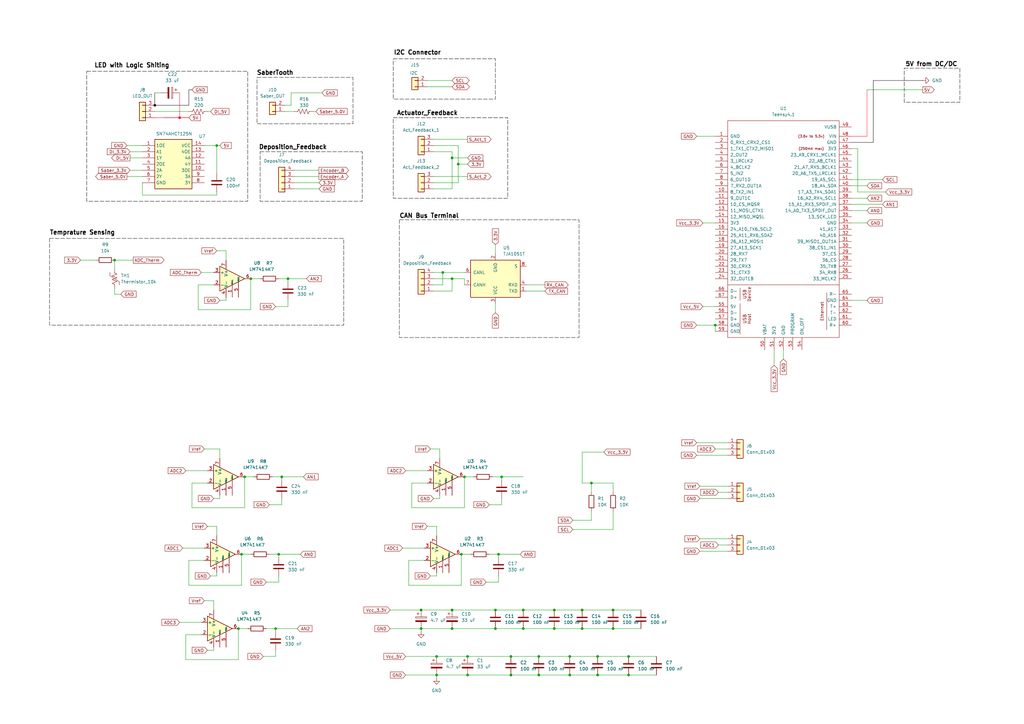
<source format=kicad_sch>
(kicad_sch (version 20250114) (generator "eeschema") (generator_version "9.0")
  (paper "A3")
  (lib_symbols
    (symbol "74xx:74AHC373"
      (property "Reference" "U7" (at -1.016 20.32 0))
      (property "Value" "SN74AHCT125N" (at -7.112 17.526 0))
      (symbol "74AHC373_1_0"
        (pin input line (at -12.7 12.7 0) (length 5.08) (name "1OE") (number "1"))
        (pin input line (at -12.7 10.16 0) (length 5.08) (name "A1") (number "2"))
        (pin input line (at -12.7 7.62 0) (length 5.08) (name "1Y") (number "3"))
        (pin input line (at -12.7 5.08 0) (length 5.08) (name "2OE") (number "4"))
        (pin input line (at -12.7 2.54 0) (length 5.08) (name "2A") (number "5"))
        (pin input line (at -12.7 0 0) (length 5.08) (name "2Y") (number "6"))
        (pin input line (at -12.7 -2.54 0) (length 5.08) (name "GND") (number "7"))
        (pin tri_state line (at 12.7 12.7 180) (length 5.08) (name "VCC") (number "14"))
        (pin tri_state line (at 12.7 10.16 180) (length 5.08) (name "4OE") (number "13"))
        (pin tri_state line (at 12.7 7.62 180) (length 5.08) (name "4A") (number "12"))
        (pin tri_state line (at 12.7 5.08 180) (length 5.08) (name "4Y") (number "11"))
        (pin tri_state line (at 12.7 2.54 180) (length 5.08) (name "3OE") (number "10"))
        (pin tri_state line (at 12.7 0 180) (length 5.08) (name "3A") (number "9"))
        (pin tri_state line (at 12.7 -2.54 180) (length 5.08) (name "3Y") (number "8"))
      )
    )
    (symbol "Amplifier_Operational:LM741" (pin_names (offset 0.127))
      (property "Reference" "U" (at 0 6.35 0))
      (property "Value" "LM741" (at 0 3.81 0))
      (symbol "LM741_1_1"
        (pin input line (at -7.62 2.54 0) (length 2.54) (name "+") (number "3"))
        (pin input line (at -7.62 -2.54 0) (length 2.54) (name "-") (number "2"))
        (pin power_in line (at -2.54 7.62 270) (length 3.81) (name "V+") (number "7"))
        (pin power_in line (at -2.54 -7.62 90) (length 3.81) (name "V-") (number "4"))
        (pin no_connect line (at 0 2.54 270) (length 2.54) (hide yes) (name "NC") (number "8"))
        (pin input line (at 0 -7.62 90) (length 5.08) (name "NULL") (number "1"))
        (pin input line (at 2.54 -7.62 90) (length 6.35) (name "NULL") (number "5"))
        (pin output line (at 7.62 0 180) (length 2.54) (name "~") (number "6"))
      )
    )
    (symbol "Connector_Generic:Conn_01x02" (pin_names (offset 1.016) (hide yes))
      (property "Reference" "J" (at 0 2.54 0))
      (property "Value" "Conn_01x02" (at 0 -5.08 0))
      (symbol "Conn_01x02_1_1"
        (pin passive line (at -5.08 0 0) (length 3.81) (name "Pin_1") (number "1"))
        (pin passive line (at -5.08 -2.54 0) (length 3.81) (name "Pin_2") (number "2"))
      )
    )
    (symbol "Connector_Generic:Conn_01x03" (pin_names (offset 1.016) (hide yes))
      (property "Reference" "J" (at 0 5.08 0))
      (property "Value" "Conn_01x03" (at 0 -5.08 0))
      (symbol "Conn_01x03_1_1"
        (pin passive line (at -5.08 2.54 0) (length 3.81) (name "Pin_1") (number "1"))
        (pin passive line (at -5.08 0 0) (length 3.81) (name "Pin_2") (number "2"))
        (pin passive line (at -5.08 -2.54 0) (length 3.81) (name "Pin_3") (number "3"))
      )
    )
    (symbol "Connector_Generic:Conn_01x04" (pin_names (offset 1.016) (hide yes))
      (property "Reference" "J" (at 0 5.08 0))
      (property "Value" "Conn_01x04" (at 0 -7.62 0))
      (symbol "Conn_01x04_1_1"
        (pin passive line (at -5.08 2.54 0) (length 3.81) (name "Pin_1") (number "1"))
        (pin passive line (at -5.08 0 0) (length 3.81) (name "Pin_2") (number "2"))
        (pin passive line (at -5.08 -2.54 0) (length 3.81) (name "Pin_3") (number "3"))
        (pin passive line (at -5.08 -5.08 0) (length 3.81) (name "Pin_4") (number "4"))
      )
    )
    (symbol "Device:C" (pin_numbers (hide yes)) (pin_names (offset 0.254))
      (property "Reference" "C" (at 0.635 2.54 0))
      (property "Value" "C" (at 0.635 -2.54 0))
      (symbol "C_1_1"
        (pin passive line (at 0 3.81 270) (length 2.794) (name "~") (number "1"))
        (pin passive line (at 0 -3.81 90) (length 2.794) (name "~") (number "2"))
      )
    )
    (symbol "Device:C_Polarized" (pin_numbers (hide yes)) (pin_names (offset 0.254))
      (property "Reference" "C" (at 0.635 2.54 0))
      (property "Value" "C_Polarized" (at 0.635 -2.54 0))
      (symbol "C_Polarized_1_1"
        (pin passive line (at 0 3.81 270) (length 2.794) (name "~") (number "1"))
        (pin passive line (at 0 -3.81 90) (length 2.794) (name "~") (number "2"))
      )
    )
    (symbol "Device:R" (pin_numbers (hide yes)) (pin_names (offset 0))
      (property "Reference" "R" (at 2.032 0 90))
      (property "Value" "R" (at 0 0 90))
      (symbol "R_1_1"
        (pin passive line (at 0 3.81 270) (length 1.27) (name "~") (number "1"))
        (pin passive line (at 0 -3.81 90) (length 1.27) (name "~") (number "2"))
      )
    )
    (symbol "Device:R_US" (pin_numbers (hide yes)) (pin_names (offset 0))
      (property "Reference" "R" (at 2.54 0 90))
      (property "Value" "R_US" (at -2.54 0 90))
      (symbol "R_US_1_1"
        (pin passive line (at 0 3.81 270) (length 1.27) (name "~") (number "1"))
        (pin passive line (at 0 -3.81 90) (length 1.27) (name "~") (number "2"))
      )
    )
    (symbol "Device:Thermistor_US" (pin_numbers (hide yes)) (pin_names (offset 0))
      (property "Reference" "TH" (at 2.54 1.27 90))
      (property "Value" "Thermistor_US" (at -2.54 0 90))
      (symbol "Thermistor_US_1_1"
        (pin passive line (at 0 3.81 270) (length 1.27) (name "~") (number "1"))
        (pin passive line (at 0 -3.81 90) (length 1.27) (name "~") (number "2"))
      )
    )
    (symbol "Interface_CAN_LIN:TJA1051T" (pin_names (offset 1.016))
      (property "Reference" "U" (at -10.16 8.89 0))
      (property "Value" "TJA1051T" (at 1.27 8.89 0))
      (symbol "TJA1051T_1_1"
        (pin input line (at -12.7 5.08 0) (length 2.54) (name "TXD") (number "1"))
        (pin output line (at -12.7 2.54 0) (length 2.54) (name "RXD") (number "4"))
        (pin input line (at -12.7 -5.08 0) (length 2.54) (name "S") (number "8"))
        (pin no_connect line (at -10.16 -2.54 0) (length 2.54) (hide yes) (name "NC") (number "5"))
        (pin power_in line (at 0 10.16 270) (length 2.54) (name "VCC") (number "3"))
        (pin power_in line (at 0 -10.16 90) (length 2.54) (name "GND") (number "2"))
        (pin bidirectional line (at 12.7 2.54 180) (length 2.54) (name "CANH") (number "7"))
        (pin bidirectional line (at 12.7 -2.54 180) (length 2.54) (name "CANL") (number "6"))
      )
    )
    (symbol "power:GND" (power) (pin_numbers (hide yes)) (pin_names (offset 0) (hide yes))
      (property "Value" "GND" (at 0 -3.81 0))
      (symbol "GND_1_1"
        (pin power_in line (at 0 0 270) (length 0) (name "~") (number "1"))
      )
    )
    (symbol "teensy:Teensy4.1" (pin_names (offset 1.016))
      (property "Reference" "U" (at 0 64.77 0))
      (property "Value" "Teensy4.1" (at 0 62.23 0))
      (symbol "Teensy4.1_0_0"
        (text "USB" (at -15.875 -10.16 900) (effects (font (size 1.27 1.27))))
        (text "USB" (at -15.875 -20.32 900) (effects (font (size 1.27 1.27))))
        (text "Device" (at -13.97 -10.16 900) (effects (font (size 1.27 1.27))))
        (text "Host" (at -13.97 -20.32 900) (effects (font (size 1.27 1.27))))
        (text "(3.6v to 5.5v)" (at 11.43 54.61 0) (effects (font (size 1.016 1.016))))
        (text "(250mA max)" (at 11.43 49.53 0) (effects (font (size 1.016 1.016))))
        (text "Ethernet" (at 15.875 -17.145 900) (effects (font (size 1.27 1.27))))
        (pin bidirectional line (at -27.94 44.45 0) (length 5.08) (name "3_LRCLK2") (number "5"))
        (pin bidirectional line (at -27.94 41.91 0) (length 5.08) (name "4_BCLK2") (number "6"))
        (pin bidirectional line (at -27.94 39.37 0) (length 5.08) (name "5_IN2") (number "7"))
        (pin bidirectional line (at -27.94 36.83 0) (length 5.08) (name "6_OUT1D") (number "8"))
        (pin bidirectional line (at -27.94 34.29 0) (length 5.08) (name "7_RX2_OUT1A") (number "9"))
        (pin bidirectional line (at -27.94 31.75 0) (length 5.08) (name "8_TX2_IN1") (number "10"))
        (pin bidirectional line (at -27.94 29.21 0) (length 5.08) (name "9_OUT1C") (number "11"))
        (pin bidirectional line (at -27.94 26.67 0) (length 5.08) (name "10_CS_MQSR") (number "12"))
        (pin bidirectional line (at -27.94 24.13 0) (length 5.08) (name "11_MOSI_CTX1") (number "13"))
        (pin bidirectional line (at -27.94 21.59 0) (length 5.08) (name "12_MISO_MQSL") (number "14"))
        (pin power_in line (at -27.94 19.05 0) (length 5.08) (name "3V3") (number "15"))
        (pin bidirectional line (at -27.94 16.51 0) (length 5.08) (name "24_A10_TX6_SCL2") (number "16"))
        (pin bidirectional line (at -27.94 13.97 0) (length 5.08) (name "25_A11_RX6_SDA2") (number "17"))
        (pin bidirectional line (at -27.94 11.43 0) (length 5.08) (name "26_A12_MOSI1") (number "18"))
        (pin bidirectional line (at -27.94 8.89 0) (length 5.08) (name "27_A13_SCK1") (number "19"))
        (pin bidirectional line (at -27.94 6.35 0) (length 5.08) (name "28_RX7") (number "20"))
        (pin bidirectional line (at -27.94 3.81 0) (length 5.08) (name "29_TX7") (number "21"))
        (pin bidirectional line (at -27.94 1.27 0) (length 5.08) (name "30_CRX3") (number "22"))
        (pin bidirectional line (at -27.94 -1.27 0) (length 5.08) (name "31_CTX3") (number "23"))
        (pin bidirectional line (at -27.94 -3.81 0) (length 5.08) (name "32_OUT1B") (number "24"))
        (pin bidirectional line (at -27.94 -8.89 0) (length 5.08) (name "D-") (number "66"))
        (pin bidirectional line (at -27.94 -11.43 0) (length 5.08) (name "D+") (number "67"))
        (pin power_out line (at -27.94 -15.24 0) (length 5.08) (name "5V") (number "55"))
        (pin bidirectional line (at -27.94 -17.78 0) (length 5.08) (name "D-") (number "56"))
        (pin bidirectional line (at -27.94 -20.32 0) (length 5.08) (name "D+") (number "57"))
        (pin power_in line (at -27.94 -22.86 0) (length 5.08) (name "GND") (number "58"))
        (pin power_in line (at -27.94 -25.4 0) (length 5.08) (name "GND") (number "59"))
        (pin power_in line (at -7.62 -33.02 90) (length 5.08) (name "VBAT") (number "50"))
        (pin power_in line (at -3.81 -33.02 90) (length 5.08) (name "3V3") (number "51"))
        (pin input line (at 0 -33.02 90) (length 5.08) (name "GND") (number "52"))
        (pin input line (at 3.81 -33.02 90) (length 5.08) (name "PROGRAM") (number "53"))
        (pin input line (at 7.62 -33.02 90) (length 5.08) (name "ON_OFF") (number "54"))
        (pin power_out line (at 27.94 58.42 180) (length 5.08) (name "VUSB") (number "49"))
        (pin power_in line (at 27.94 54.61 180) (length 5.08) (name "VIN") (number "48"))
        (pin output line (at 27.94 52.07 180) (length 5.08) (name "GND") (number "47"))
        (pin output line (at 27.94 49.53 180) (length 5.08) (name "3V3") (number "46"))
        (pin bidirectional line (at 27.94 46.99 180) (length 5.08) (name "23_A9_CRX1_MCLK1") (number "45"))
        (pin bidirectional line (at 27.94 44.45 180) (length 5.08) (name "22_A8_CTX1") (number "44"))
        (pin bidirectional line (at 27.94 41.91 180) (length 5.08) (name "21_A7_RX5_BCLK1") (number "43"))
        (pin bidirectional line (at 27.94 39.37 180) (length 5.08) (name "20_A6_TX5_LRCLK1") (number "42"))
        (pin bidirectional line (at 27.94 36.83 180) (length 5.08) (name "19_A5_SCL") (number "41"))
        (pin bidirectional line (at 27.94 34.29 180) (length 5.08) (name "18_A4_SDA") (number "40"))
        (pin bidirectional line (at 27.94 31.75 180) (length 5.08) (name "17_A3_TX4_SDA1") (number "39"))
        (pin bidirectional line (at 27.94 29.21 180) (length 5.08) (name "16_A2_RX4_SCL1") (number "38"))
        (pin bidirectional line (at 27.94 26.67 180) (length 5.08) (name "15_A1_RX3_SPDIF_IN") (number "37"))
        (pin bidirectional line (at 27.94 24.13 180) (length 5.08) (name "14_A0_TX3_SPDIF_OUT") (number "36"))
        (pin bidirectional line (at 27.94 21.59 180) (length 5.08) (name "13_SCK_LED") (number "35"))
        (pin bidirectional line (at 27.94 16.51 180) (length 5.08) (name "41_A17") (number "33"))
        (pin bidirectional line (at 27.94 13.97 180) (length 5.08) (name "40_A16") (number "32"))
        (pin bidirectional line (at 27.94 11.43 180) (length 5.08) (name "39_MISO1_OUT1A") (number "31"))
        (pin bidirectional line (at 27.94 8.89 180) (length 5.08) (name "38_CS1_IN1") (number "30"))
        (pin bidirectional line (at 27.94 6.35 180) (length 5.08) (name "37_CS") (number "29"))
        (pin bidirectional line (at 27.94 3.81 180) (length 5.08) (name "36_CS") (number "28"))
        (pin bidirectional line (at 27.94 1.27 180) (length 5.08) (name "35_TX8") (number "27"))
        (pin bidirectional line (at 27.94 -1.27 180) (length 5.08) (name "34_RX8") (number "26"))
        (pin bidirectional line (at 27.94 -3.81 180) (length 5.08) (name "33_MCLK2") (number "25"))
        (pin bidirectional line (at 27.94 -10.16 180) (length 5.08) (name "R-") (number "65"))
        (pin power_in line (at 27.94 -12.7 180) (length 5.08) (name "GND") (number "64"))
        (pin bidirectional line (at 27.94 -15.24 180) (length 5.08) (name "T+") (number "63"))
        (pin bidirectional line (at 27.94 -17.78 180) (length 5.08) (name "T-") (number "62"))
        (pin bidirectional line (at 27.94 -20.32 180) (length 5.08) (name "LED") (number "61"))
        (pin bidirectional line (at 27.94 -22.86 180) (length 5.08) (name "R+") (number "60"))
      )
      (symbol "Teensy4.1_1_1"
        (pin power_in line (at -27.94 54.61 0) (length 5.08) (name "GND") (number "1"))
        (pin bidirectional line (at -27.94 52.07 0) (length 5.08) (name "0_RX1_CRX2_CS1") (number "2"))
        (pin bidirectional line (at -27.94 49.53 0) (length 5.08) (name "1_TX1_CTX2_MISO1") (number "3"))
        (pin bidirectional line (at -27.94 46.99 0) (length 5.08) (name "2_OUT2") (number "4"))
        (pin power_in line (at 27.94 19.05 180) (length 5.08) (name "GND") (number "34"))
      )
    )
  )
  (text "Deposition_Feedback\n" (at 120.142 60.452 0) (effects (font (size 1.778 1.778) (thickness 0.3556) (bold yes))))
  (text "5V from DC/DC\n" (at 382.016 26.416 0) (effects (font (size 1.778 1.778) (thickness 0.3556) (bold yes))))
  (text "LED with Logic Shiting\n" (at 54.102 26.924 0) (effects (font (size 1.778 1.778) (thickness 0.3556) (bold yes))))
  (text "SaberTooth \n" (at 113.538 29.972 0) (effects (font (size 1.778 1.778) (thickness 0.3556) (bold yes))))
  (text "Actuator_Feedback\n" (at 175.26 46.482 0) (effects (font (size 1.778 1.778) (thickness 0.3556) (bold yes))))
  (text "CAN Bus Terminal\n" (at 176.022 88.646 0) (effects (font (size 1.778 1.778) (thickness 0.3556) (bold yes))))
  (text "I2C Connector\n\n" (at 171.196 23.114 0) (effects (font (size 1.778 1.778) (thickness 0.3556) (bold yes))))
  (text "Temprature Sensing\n" (at 33.782 95.504 0) (effects (font (size 1.778 1.778) (thickness 0.3556) (bold yes))))
  (text_box "\\\n" (at 20.32 97.79 0) (size 120.65 35.56) (margins 0.9525 0.9525 0.9525 0.9525) (stroke (width 0.1524) (type dash) (color 0 0 0 1)) (effects (font (size 0.127 0.127)) (justify left top)))
  (text_box "\\\n" (at 161.29 48.26 0) (size 46.99 33.02) (margins 0.9525 0.9525 0.9525 0.9525) (stroke (width 0.1524) (type dash) (color 0 0 0 1)) (effects (font (size 0.127 0.127)) (justify left top)))
  (text_box "\\\n" (at 106.68 62.23 0) (size 41.91 20.32) (margins 0.9525 0.9525 0.9525 0.9525) (stroke (width 0.1524) (type dash) (color 0 0 0 1)) (effects (font (size 0.127 0.127)) (justify left top)))
  (text_box "\\\n" (at 163.83 90.17 0) (size 73.66 48.26) (margins 0.9525 0.9525 0.9525 0.9525) (stroke (width 0.1524) (type dash) (color 0 0 0 1)) (effects (font (size 0.127 0.127)) (justify left top)))
  (text_box "\\\n" (at 370.84 27.94 0) (size 22.86 13.97) (margins 0.9525 0.9525 0.9525 0.9525) (stroke (width 0.1524) (type dash) (color 0 0 0 1)) (effects (font (size 0.127 0.127)) (justify left top)))
  (text_box "\\\n" (at 35.56 29.21 0) (size 66.04 53.34) (margins 0.9525 0.9525 0.9525 0.9525) (stroke (width 0.1524) (type dash) (color 0 0 0 1)) (effects (font (size 0.127 0.127)) (justify left top)))
  (text_box "\\\n" (at 161.29 24.13 0) (size 41.91 16.51) (margins 0.9525 0.9525 0.9525 0.9525) (stroke (width 0.1524) (type dash) (color 0 0 0 1)) (effects (font (size 0.127 0.127)) (justify left top)))
  (text_box "\\\n" (at 105.41 31.75 0) (size 39.37 19.05) (margins 0.9525 0.9525 0.9525 0.9525) (stroke (width 0.1524) (type dash) (color 0 0 0 1)) (effects (font (size 0.127 0.127)) (justify left top)))
  (junction (at 191.77 276.86))
  (junction (at 97.79 257.81))
  (junction (at 63.5 43.18) (color 5 5 5 1))
  (junction (at 227.33 257.81))
  (junction (at 179.07 276.86))
  (junction (at 100.33 195.58))
  (junction (at 209.55 276.86))
  (junction (at 185.42 114.3))
  (junction (at 214.63 257.81))
  (junction (at 172.72 250.19))
  (junction (at 73.66 48.26) (color 255 0 40 1))
  (junction (at 238.76 257.81))
  (junction (at 220.98 276.86))
  (junction (at 220.98 269.24))
  (junction (at 172.72 257.81))
  (junction (at 113.03 257.81))
  (junction (at 209.55 269.24))
  (junction (at 233.68 276.86))
  (junction (at 204.47 227.33))
  (junction (at 233.68 269.24))
  (junction (at 88.9 59.69))
  (junction (at 245.11 269.24))
  (junction (at 187.96 67.31))
  (junction (at 99.06 227.33))
  (junction (at 227.33 250.19))
  (junction (at 257.81 269.24))
  (junction (at 185.42 250.19))
  (junction (at 114.3 227.33))
  (junction (at 214.63 250.19))
  (junction (at 102.87 114.3))
  (junction (at 238.76 250.19))
  (junction (at 185.42 64.77))
  (junction (at 191.77 269.24))
  (junction (at 181.61 111.76))
  (junction (at 251.46 250.19))
  (junction (at 203.2 250.19))
  (junction (at 189.23 227.33))
  (junction (at 179.07 269.24))
  (junction (at 251.46 257.81))
  (junction (at 205.74 195.58))
  (junction (at 257.81 276.86))
  (junction (at 46.99 106.68))
  (junction (at 242.57 198.12))
  (junction (at 203.2 257.81))
  (junction (at 185.42 257.81))
  (junction (at 293.37 133.35))
  (junction (at 115.57 195.58))
  (junction (at 118.11 114.3))
  (junction (at 245.11 276.86))
  (junction (at 190.5 195.58))
  (wire (pts (xy 46.99 106.68) (xy 46.99 110.49)))
  (wire (pts (xy 120.65 72.39) (xy 130.81 72.39)))
  (wire (pts (xy 113.03 257.81) (xy 121.92 257.81)))
  (wire (pts (xy 349.25 123.19) (xy 355.6 123.19)))
  (wire (pts (xy 172.72 250.19) (xy 185.42 250.19)))
  (wire (pts (xy 78.74 208.28) (xy 100.33 208.28)))
  (wire (pts (xy 120.65 69.85) (xy 130.81 69.85)))
  (wire (pts (xy 166.37 193.04) (xy 175.26 193.04)))
  (wire (pts (xy 118.11 114.3) (xy 114.3 114.3)))
  (wire (pts (xy 185.42 257.81) (xy 203.2 257.81)))
  (wire (pts (xy 293.37 133.35) (xy 293.37 135.89)))
  (wire (pts (xy 177.8 116.84) (xy 181.61 116.84)))
  (wire (pts (xy 81.28 127) (xy 102.87 127)))
  (wire (pts (xy 92.71 123.19) (xy 92.71 121.92)))
  (wire (pts (xy 238.76 257.81) (xy 251.46 257.81)))
  (wire (pts (xy 257.81 276.86) (xy 269.24 276.86)))
  (wire (pts (xy 185.42 114.3) (xy 190.5 114.3)))
  (wire (pts (xy 88.9 102.87) (xy 92.71 102.87)))
  (wire (pts (xy 128.27 45.72) (xy 129.54 45.72)))
  (wire (pts (xy 165.1 224.79) (xy 173.99 224.79)))
  (wire (pts (xy 166.37 269.24) (xy 179.07 269.24)))
  (wire (pts (xy 215.9 119.38) (xy 223.52 119.38)))
  (wire (pts (xy 53.34 64.77) (xy 58.42 64.77)))
  (wire (pts (xy 317.5 143.51) (xy 317.5 149.86)))
  (wire (pts (xy 205.74 195.58) (xy 214.63 195.58)))
  (wire (pts (xy 88.9 236.22) (xy 88.9 234.95)))
  (wire (pts (xy 99.06 240.03) (xy 99.06 227.33)))
  (wire (pts (xy 76.2 270.51) (xy 97.79 270.51)))
  (wire (pts (xy 177.8 74.93) (xy 187.96 74.93)))
  (wire (pts (xy 168.91 208.28) (xy 190.5 208.28)))
  (wire (pts (xy 114.3 228.6) (xy 114.3 227.33)))
  (wire (pts (xy 203.2 250.19) (xy 214.63 250.19)))
  (wire (pts (xy 102.87 114.3) (xy 106.68 114.3)))
  (wire (pts (xy 177.8 111.76) (xy 181.61 111.76)))
  (wire (pts (xy 294.64 201.93) (xy 298.45 201.93)))
  (wire (pts (xy 115.57 195.58) (xy 111.76 195.58)))
  (wire (pts (xy 203.2 257.81) (xy 214.63 257.81)))
  (wire (pts (xy 294.64 223.52) (xy 298.45 223.52)))
  (wire (pts (xy 177.8 77.47) (xy 185.42 77.47)))
  (wire (pts (xy 99.06 227.33) (xy 102.87 227.33)))
  (wire (pts (xy 97.79 270.51) (xy 97.79 257.81)))
  (wire (pts (xy 204.47 238.76) (xy 199.39 238.76)))
  (wire (pts (xy 83.82 229.87) (xy 77.47 229.87)))
  (wire (pts (xy 77.47 36.83) (xy 78.74 36.83)) (stroke (width 0) (color 5 5 5 1)))
  (wire (pts (xy 77.47 229.87) (xy 77.47 240.03)))
  (wire (pts (xy 87.63 246.38) (xy 87.63 250.19)))
  (wire (pts (xy 77.47 36.83) (xy 77.47 43.18)) (stroke (width 0) (color 5 5 5 1)))
  (wire (pts (xy 179.07 269.24) (xy 191.77 269.24)))
  (wire (pts (xy 180.34 204.47) (xy 180.34 203.2)))
  (wire (pts (xy 83.82 59.69) (xy 88.9 59.69)))
  (wire (pts (xy 203.2 100.33) (xy 203.2 104.14)))
  (wire (pts (xy 73.66 255.27) (xy 82.55 255.27)))
  (wire (pts (xy 245.11 276.86) (xy 257.81 276.86)))
  (wire (pts (xy 175.26 35.56) (xy 185.42 35.56)))
  (wire (pts (xy 83.82 184.15) (xy 90.17 184.15)))
  (wire (pts (xy 227.33 257.81) (xy 238.76 257.81)))
  (wire (pts (xy 251.46 201.93) (xy 251.46 198.12)))
  (wire (pts (xy 242.57 198.12) (xy 242.57 201.93)))
  (wire (pts (xy 285.75 186.69) (xy 298.45 186.69)))
  (wire (pts (xy 185.42 62.23) (xy 185.42 64.77)))
  (wire (pts (xy 116.84 45.72) (xy 120.65 45.72)))
  (wire (pts (xy 179.07 236.22) (xy 179.07 234.95)))
  (wire (pts (xy 233.68 276.86) (xy 245.11 276.86)))
  (wire (pts (xy 204.47 236.22) (xy 204.47 238.76)))
  (wire (pts (xy 187.96 67.31) (xy 191.77 67.31)))
  (wire (pts (xy 191.77 269.24) (xy 209.55 269.24)))
  (wire (pts (xy 287.02 226.06) (xy 298.45 226.06)))
  (wire (pts (xy 189.23 240.03) (xy 189.23 227.33)))
  (wire (pts (xy 179.07 276.86) (xy 191.77 276.86)))
  (wire (pts (xy 209.55 269.24) (xy 220.98 269.24)))
  (wire (pts (xy 251.46 198.12) (xy 242.57 198.12)))
  (wire (pts (xy 251.46 250.19) (xy 262.89 250.19)))
  (wire (pts (xy 97.79 257.81) (xy 101.6 257.81)))
  (wire (pts (xy 73.66 38.1) (xy 73.66 48.26)) (stroke (width 0) (color 255 1 35 1)))
  (wire (pts (xy 100.33 208.28) (xy 100.33 195.58)))
  (wire (pts (xy 85.09 45.72) (xy 86.36 45.72)))
  (wire (pts (xy 287.02 199.39) (xy 298.45 199.39)))
  (wire (pts (xy 351.79 78.74) (xy 363.22 78.74)))
  (wire (pts (xy 81.28 116.84) (xy 81.28 127)))
  (wire (pts (xy 176.53 184.15) (xy 180.34 184.15)))
  (wire (pts (xy 242.57 213.36) (xy 242.57 209.55)))
  (wire (pts (xy 87.63 116.84) (xy 81.28 116.84)))
  (wire (pts (xy 214.63 257.81) (xy 227.33 257.81)))
  (wire (pts (xy 378.46 33.02) (xy 358.14 33.02)) (stroke (width 0) (color 0 0 0 1)))
  (wire (pts (xy 247.65 185.42) (xy 238.76 185.42)))
  (wire (pts (xy 77.47 43.18) (xy 63.5 43.18)) (stroke (width 0) (color 5 5 5 1)))
  (wire (pts (xy 203.2 124.46) (xy 203.2 128.27)))
  (wire (pts (xy 321.31 143.51) (xy 321.31 147.32)))
  (wire (pts (xy 190.5 195.58) (xy 194.31 195.58)))
  (wire (pts (xy 349.25 58.42) (xy 358.14 58.42)) (stroke (width 0) (color 8 0 3 1)))
  (wire (pts (xy 185.42 64.77) (xy 185.42 77.47)))
  (wire (pts (xy 88.9 59.69) (xy 90.17 59.69)))
  (wire (pts (xy 175.26 198.12) (xy 168.91 198.12)))
  (wire (pts (xy 204.47 227.33) (xy 200.66 227.33)))
  (wire (pts (xy 355.6 55.88) (xy 349.25 55.88)) (stroke (width 0) (color 255 0 27 1)))
  (wire (pts (xy 63.5 48.26) (xy 73.66 48.26)) (stroke (width 0) (color 255 0 46 1)))
  (wire (pts (xy 115.57 204.47) (xy 115.57 207.01)))
  (wire (pts (xy 46.99 120.65) (xy 49.53 120.65)))
  (wire (pts (xy 177.8 204.47) (xy 180.34 204.47)))
  (wire (pts (xy 285.75 181.61) (xy 298.45 181.61)))
  (wire (pts (xy 349.25 83.82) (xy 361.95 83.82)))
  (wire (pts (xy 114.3 227.33) (xy 110.49 227.33)))
  (wire (pts (xy 46.99 106.68) (xy 54.61 106.68)))
  (wire (pts (xy 58.42 74.93) (xy 58.42 80.01)))
  (wire (pts (xy 77.47 240.03) (xy 99.06 240.03)))
  (wire (pts (xy 172.72 257.81) (xy 185.42 257.81)))
  (wire (pts (xy 74.93 224.79) (xy 83.82 224.79)))
  (wire (pts (xy 185.42 250.19) (xy 203.2 250.19)))
  (wire (pts (xy 185.42 119.38) (xy 185.42 114.3)))
  (wire (pts (xy 119.38 43.18) (xy 119.38 38.1)))
  (wire (pts (xy 82.55 260.35) (xy 76.2 260.35)))
  (wire (pts (xy 102.87 127) (xy 102.87 114.3)))
  (wire (pts (xy 180.34 184.15) (xy 180.34 187.96)))
  (wire (pts (xy 92.71 102.87) (xy 92.71 106.68)))
  (wire (pts (xy 245.11 269.24) (xy 257.81 269.24)))
  (wire (pts (xy 88.9 59.69) (xy 88.9 71.12)))
  (wire (pts (xy 116.84 43.18) (xy 119.38 43.18)))
  (wire (pts (xy 46.99 118.11) (xy 46.99 120.65)))
  (wire (pts (xy 234.95 217.17) (xy 251.46 217.17)))
  (wire (pts (xy 177.8 62.23) (xy 185.42 62.23)))
  (wire (pts (xy 189.23 227.33) (xy 193.04 227.33)))
  (wire (pts (xy 160.02 250.19) (xy 172.72 250.19)))
  (wire (pts (xy 220.98 276.86) (xy 233.68 276.86)))
  (wire (pts (xy 77.47 45.72) (xy 63.5 45.72)))
  (wire (pts (xy 181.61 111.76) (xy 190.5 111.76)))
  (wire (pts (xy 115.57 195.58) (xy 124.46 195.58)))
  (wire (pts (xy 285.75 55.88) (xy 293.37 55.88)))
  (wire (pts (xy 190.5 208.28) (xy 190.5 195.58)))
  (wire (pts (xy 88.9 80.01) (xy 88.9 78.74)))
  (wire (pts (xy 175.26 33.02) (xy 185.42 33.02)))
  (wire (pts (xy 53.34 62.23) (xy 58.42 62.23)))
  (wire (pts (xy 288.29 91.44) (xy 293.37 91.44)))
  (wire (pts (xy 73.66 48.26) (xy 77.47 48.26)) (stroke (width 0) (color 255 18 0 1)))
  (wire (pts (xy 205.74 195.58) (xy 201.93 195.58)))
  (wire (pts (xy 83.82 246.38) (xy 87.63 246.38)))
  (wire (pts (xy 63.5 38.1) (xy 63.5 43.18)) (stroke (width 0) (color 5 3 5 1)))
  (wire (pts (xy 160.02 257.81) (xy 172.72 257.81)))
  (wire (pts (xy 355.6 36.83) (xy 355.6 55.88)) (stroke (width 0) (color 255 14 57 1)))
  (wire (pts (xy 205.74 207.01) (xy 200.66 207.01)))
  (wire (pts (xy 115.57 207.01) (xy 110.49 207.01)))
  (wire (pts (xy 78.74 198.12) (xy 78.74 208.28)))
  (wire (pts (xy 177.8 57.15) (xy 191.77 57.15)))
  (wire (pts (xy 187.96 67.31) (xy 187.96 74.93)))
  (wire (pts (xy 53.34 69.85) (xy 58.42 69.85)))
  (wire (pts (xy 118.11 115.57) (xy 118.11 114.3)))
  (wire (pts (xy 173.99 229.87) (xy 167.64 229.87)))
  (wire (pts (xy 187.96 59.69) (xy 187.96 67.31)))
  (wire (pts (xy 251.46 257.81) (xy 262.89 257.81)))
  (wire (pts (xy 209.55 276.86) (xy 220.98 276.86)))
  (wire (pts (xy 33.02 106.68) (xy 39.37 106.68)))
  (wire (pts (xy 238.76 185.42) (xy 238.76 198.12)))
  (wire (pts (xy 214.63 250.19) (xy 227.33 250.19)))
  (wire (pts (xy 349.25 73.66) (xy 361.95 73.66)))
  (wire (pts (xy 87.63 204.47) (xy 90.17 204.47)))
  (wire (pts (xy 204.47 228.6) (xy 204.47 227.33)))
  (wire (pts (xy 179.07 215.9) (xy 179.07 219.71)))
  (wire (pts (xy 349.25 91.44) (xy 355.6 91.44)))
  (wire (pts (xy 177.8 114.3) (xy 185.42 114.3)))
  (wire (pts (xy 287.02 204.47) (xy 298.45 204.47)))
  (wire (pts (xy 176.53 236.22) (xy 179.07 236.22)))
  (wire (pts (xy 185.42 64.77) (xy 191.77 64.77)))
  (wire (pts (xy 220.98 269.24) (xy 233.68 269.24)))
  (wire (pts (xy 177.8 119.38) (xy 185.42 119.38)))
  (wire (pts (xy 234.95 213.36) (xy 242.57 213.36)))
  (wire (pts (xy 205.74 204.47) (xy 205.74 207.01)))
  (wire (pts (xy 349.25 76.2) (xy 355.6 76.2)))
  (wire (pts (xy 85.09 215.9) (xy 88.9 215.9)))
  (wire (pts (xy 181.61 116.84) (xy 181.61 111.76)))
  (wire (pts (xy 113.03 269.24) (xy 107.95 269.24)))
  (wire (pts (xy 100.33 195.58) (xy 104.14 195.58)))
  (wire (pts (xy 86.36 236.22) (xy 88.9 236.22)))
  (wire (pts (xy 90.17 123.19) (xy 92.71 123.19)))
  (wire (pts (xy 73.66 48.26) (xy 77.47 48.26)) (stroke (width 0) (color 255 0 46 1)))
  (wire (pts (xy 52.07 59.69) (xy 58.42 59.69)))
  (wire (pts (xy 114.3 238.76) (xy 109.22 238.76)))
  (wire (pts (xy 113.03 257.81) (xy 109.22 257.81)))
  (wire (pts (xy 115.57 196.85) (xy 115.57 195.58)))
  (wire (pts (xy 118.11 123.19) (xy 118.11 125.73)))
  (wire (pts (xy 175.26 215.9) (xy 179.07 215.9)))
  (wire (pts (xy 88.9 215.9) (xy 88.9 219.71)))
  (wire (pts (xy 351.79 60.96) (xy 351.79 78.74)))
  (wire (pts (xy 120.65 77.47) (xy 130.81 77.47)))
  (wire (pts (xy 349.25 81.28) (xy 355.6 81.28)))
  (wire (pts (xy 285.75 133.35) (xy 293.37 133.35)))
  (wire (pts (xy 114.3 236.22) (xy 114.3 238.76)))
  (wire (pts (xy 113.03 259.08) (xy 113.03 257.81)))
  (wire (pts (xy 190.5 114.3) (xy 190.5 116.84)))
  (wire (pts (xy 82.55 111.76) (xy 87.63 111.76)))
  (wire (pts (xy 215.9 116.84) (xy 223.52 116.84)))
  (wire (pts (xy 251.46 217.17) (xy 251.46 209.55)))
  (wire (pts (xy 67.31 48.26) (xy 73.66 48.26)) (stroke (width 0) (color 255 6 45 1)))
  (wire (pts (xy 113.03 266.7) (xy 113.03 269.24)))
  (wire (pts (xy 177.8 59.69) (xy 187.96 59.69)))
  (wire (pts (xy 90.17 204.47) (xy 90.17 203.2)))
  (wire (pts (xy 118.11 125.73) (xy 113.03 125.73)))
  (wire (pts (xy 238.76 198.12) (xy 242.57 198.12)))
  (wire (pts (xy 76.2 260.35) (xy 76.2 270.51)))
  (wire (pts (xy 349.25 60.96) (xy 351.79 60.96)))
  (wire (pts (xy 90.17 184.15) (xy 90.17 187.96)))
  (wire (pts (xy 358.14 33.02) (xy 358.14 58.42)) (stroke (width 0) (color 0 0 0 1)))
  (wire (pts (xy 76.2 193.04) (xy 85.09 193.04)))
  (wire (pts (xy 205.74 196.85) (xy 205.74 195.58)))
  (wire (pts (xy 85.09 266.7) (xy 87.63 266.7)))
  (wire (pts (xy 85.09 198.12) (xy 78.74 198.12)))
  (wire (pts (xy 349.25 86.36) (xy 355.6 86.36)))
  (wire (pts (xy 204.47 227.33) (xy 213.36 227.33)))
  (wire (pts (xy 288.29 125.73) (xy 293.37 125.73)))
  (wire (pts (xy 120.65 74.93) (xy 130.81 74.93)))
  (wire (pts (xy 287.02 220.98) (xy 298.45 220.98)))
  (wire (pts (xy 167.64 229.87) (xy 167.64 240.03)))
  (wire (pts (xy 119.38 38.1) (xy 132.08 38.1)))
  (wire (pts (xy 58.42 80.01) (xy 88.9 80.01)))
  (wire (pts (xy 177.8 72.39) (xy 191.77 72.39)))
  (wire (pts (xy 227.33 250.19) (xy 238.76 250.19)))
  (wire (pts (xy 118.11 114.3) (xy 125.73 114.3)))
  (wire (pts (xy 179.07 276.86) (xy 179.07 278.13)))
  (wire (pts (xy 52.07 72.39) (xy 58.42 72.39)))
  (wire (pts (xy 168.91 198.12) (xy 168.91 208.28)))
  (wire (pts (xy 257.81 269.24) (xy 269.24 269.24)))
  (wire (pts (xy 66.04 38.1) (xy 63.5 38.1)))
  (wire (pts (xy 191.77 276.86) (xy 209.55 276.86)))
  (wire (pts (xy 378.46 36.83) (xy 355.6 36.83)))
  (wire (pts (xy 238.76 250.19) (xy 251.46 250.19)))
  (wire (pts (xy 114.3 227.33) (xy 123.19 227.33)))
  (wire (pts (xy 233.68 269.24) (xy 245.11 269.24)))
  (wire (pts (xy 87.63 266.7) (xy 87.63 265.43)))
  (wire (pts (xy 172.72 257.81) (xy 172.72 259.08)))
  (wire (pts (xy 166.37 276.86) (xy 179.07 276.86)))
  (wire (pts (xy 167.64 240.03) (xy 189.23 240.03)))
  (wire (pts (xy 293.37 184.15) (xy 298.45 184.15)))
  (global_label "Vcc_3.3V" (shape input) (at 160.02 250.19 180) (property "Intersheetrefs" "${INTERSHEET_REFS}" (effects (hide yes))))
  (global_label "GND" (shape input) (at 203.2 128.27 270) (property "Intersheetrefs" "${INTERSHEET_REFS}" (effects (hide yes))))
  (global_label "GND" (shape input) (at 85.09 266.7 180) (property "Intersheetrefs" "${INTERSHEET_REFS}" (effects (hide yes))))
  (global_label "SCL" (shape input) (at 361.95 73.66 0) (property "Intersheetrefs" "${INTERSHEET_REFS}" (effects (hide yes))))
  (global_label "GND" (shape input) (at 132.08 38.1 0) (property "Intersheetrefs" "${INTERSHEET_REFS}" (effects (hide yes))))
  (global_label "3.3V" (shape input) (at 203.2 100.33 90) (property "Intersheetrefs" "${INTERSHEET_REFS}" (effects (hide yes))))
  (global_label "AN2" (shape input) (at 125.73 114.3 0) (property "Intersheetrefs" "${INTERSHEET_REFS}" (effects (hide yes))))
  (global_label "ADC2" (shape input) (at 166.37 193.04 180) (property "Intersheetrefs" "${INTERSHEET_REFS}" (effects (hide yes))))
  (global_label "S_Act_2" (shape output) (at 191.77 72.39 0) (property "Intersheetrefs" "${INTERSHEET_REFS}" (effects (hide yes))))
  (global_label "ADC_Therm" (shape input) (at 82.55 111.76 180) (property "Intersheetrefs" "${INTERSHEET_REFS}" (effects (hide yes))))
  (global_label "ADC3" (shape input) (at 73.66 255.27 180) (property "Intersheetrefs" "${INTERSHEET_REFS}" (effects (hide yes))))
  (global_label "GND" (shape input) (at 191.77 64.77 0) (property "Intersheetrefs" "${INTERSHEET_REFS}" (effects (hide yes))))
  (global_label "SDA" (shape bidirectional) (at 185.42 35.56 0) (property "Intersheetrefs" "${INTERSHEET_REFS}" (effects (hide yes))))
  (global_label "GND" (shape input) (at 355.6 123.19 0) (property "Intersheetrefs" "${INTERSHEET_REFS}" (effects (hide yes))))
  (global_label "SCL" (shape bidirectional) (at 185.42 33.02 0) (property "Intersheetrefs" "${INTERSHEET_REFS}" (effects (hide yes))))
  (global_label "Saber_3.3V" (shape input) (at 53.34 69.85 180) (property "Intersheetrefs" "${INTERSHEET_REFS}" (effects (hide yes))))
  (global_label "AN0" (shape input) (at 213.36 227.33 0) (property "Intersheetrefs" "${INTERSHEET_REFS}" (effects (hide yes))))
  (global_label "ADC_Therm" (shape output) (at 54.61 106.68 0) (property "Intersheetrefs" "${INTERSHEET_REFS}" (effects (hide yes))))
  (global_label "Vcc_3.3V" (shape input) (at 288.29 91.44 180) (property "Intersheetrefs" "${INTERSHEET_REFS}" (effects (hide yes))))
  (global_label "Vcc_3.3V" (shape input) (at 317.5 149.86 270) (property "Intersheetrefs" "${INTERSHEET_REFS}" (effects (hide yes))))
  (global_label "TX_CAN" (shape input) (at 223.52 119.38 0) (property "Intersheetrefs" "${INTERSHEET_REFS}" (effects (hide yes))))
  (global_label "GND" (shape input) (at 355.6 91.44 0) (property "Intersheetrefs" "${INTERSHEET_REFS}" (effects (hide yes))))
  (global_label "GND" (shape input) (at 200.66 207.01 180) (property "Intersheetrefs" "${INTERSHEET_REFS}" (effects (hide yes))))
  (global_label "GND" (shape input) (at 285.75 186.69 180) (property "Intersheetrefs" "${INTERSHEET_REFS}" (effects (hide yes))))
  (global_label "GND" (shape input) (at 52.07 59.69 180) (property "Intersheetrefs" "${INTERSHEET_REFS}" (effects (hide yes))))
  (global_label "ADC1" (shape input) (at 165.1 224.79 180) (property "Intersheetrefs" "${INTERSHEET_REFS}" (effects (hide yes))))
  (global_label "Encoder_B" (shape output) (at 130.81 69.85 0) (property "Intersheetrefs" "${INTERSHEET_REFS}" (effects (hide yes))))
  (global_label "Vref" (shape input) (at 83.82 184.15 180) (property "Intersheetrefs" "${INTERSHEET_REFS}" (effects (hide yes))))
  (global_label "3.3V" (shape input) (at 191.77 67.31 0) (property "Intersheetrefs" "${INTERSHEET_REFS}" (effects (hide yes))))
  (global_label "AN2" (shape input) (at 355.6 81.28 0) (property "Intersheetrefs" "${INTERSHEET_REFS}" (effects (hide yes))))
  (global_label "Vcc_5V" (shape input) (at 166.37 269.24 180) (property "Intersheetrefs" "${INTERSHEET_REFS}" (effects (hide yes))))
  (global_label "GND" (shape input) (at 177.8 204.47 180) (property "Intersheetrefs" "${INTERSHEET_REFS}" (effects (hide yes))))
  (global_label "GND" (shape input) (at 176.53 236.22 180) (property "Intersheetrefs" "${INTERSHEET_REFS}" (effects (hide yes))))
  (global_label "GND" (shape input) (at 110.49 207.01 180) (property "Intersheetrefs" "${INTERSHEET_REFS}" (effects (hide yes))))
  (global_label "Vref" (shape input) (at 287.02 220.98 180) (property "Intersheetrefs" "${INTERSHEET_REFS}" (effects (hide yes))))
  (global_label "ADC1" (shape input) (at 74.93 224.79 180) (property "Intersheetrefs" "${INTERSHEET_REFS}" (effects (hide yes))))
  (global_label "Saber_5.0V" (shape output) (at 52.07 72.39 180) (property "Intersheetrefs" "${INTERSHEET_REFS}" (effects (hide yes))))
  (global_label "RX_CAN" (shape output) (at 223.52 116.84 0) (property "Intersheetrefs" "${INTERSHEET_REFS}" (effects (hide yes))))
  (global_label "SCL" (shape input) (at 234.95 217.17 180) (property "Intersheetrefs" "${INTERSHEET_REFS}" (effects (hide yes))))
  (global_label "GND" (shape input) (at 87.63 204.47 180) (property "Intersheetrefs" "${INTERSHEET_REFS}" (effects (hide yes))))
  (global_label "Vcc_3.3V" (shape input) (at 247.65 185.42 0) (property "Intersheetrefs" "${INTERSHEET_REFS}" (effects (hide yes))))
  (global_label "GND" (shape input) (at 321.31 147.32 270) (property "Intersheetrefs" "${INTERSHEET_REFS}" (effects (hide yes))))
  (global_label "ADC3" (shape input) (at 293.37 184.15 180) (property "Intersheetrefs" "${INTERSHEET_REFS}" (effects (hide yes))))
  (global_label "5V" (shape output) (at 378.46 36.83 0) (property "Intersheetrefs" "${INTERSHEET_REFS}" (effects (hide yes))))
  (global_label "GND" (shape input) (at 287.02 204.47 180) (property "Intersheetrefs" "${INTERSHEET_REFS}" (effects (hide yes))))
  (global_label "5V" (shape input) (at 77.47 48.26 0) (property "Intersheetrefs" "${INTERSHEET_REFS}" (effects (hide yes))))
  (global_label "GND" (shape input) (at 287.02 226.06 180) (property "Intersheetrefs" "${INTERSHEET_REFS}" (effects (hide yes))))
  (global_label "AN1" (shape input) (at 124.46 195.58 0) (property "Intersheetrefs" "${INTERSHEET_REFS}" (effects (hide yes))))
  (global_label "Vref" (shape input) (at 285.75 181.61 180) (property "Intersheetrefs" "${INTERSHEET_REFS}" (effects (hide yes))))
  (global_label "Vref" (shape input) (at 85.09 215.9 180) (property "Intersheetrefs" "${INTERSHEET_REFS}" (effects (hide yes))))
  (global_label "ADC2" (shape input) (at 76.2 193.04 180) (property "Intersheetrefs" "${INTERSHEET_REFS}" (effects (hide yes))))
  (global_label "3.3V" (shape input) (at 130.81 74.93 0) (property "Intersheetrefs" "${INTERSHEET_REFS}" (effects (hide yes))))
  (global_label "GND" (shape input) (at 285.75 55.88 180) (property "Intersheetrefs" "${INTERSHEET_REFS}" (effects (hide yes))))
  (global_label "GND" (shape input) (at 86.36 236.22 180) (property "Intersheetrefs" "${INTERSHEET_REFS}" (effects (hide yes))))
  (global_label "GND" (shape input) (at 78.74 36.83 0) (property "Intersheetrefs" "${INTERSHEET_REFS}" (effects (hide yes))))
  (global_label "Vref" (shape input) (at 175.26 215.9 180) (property "Intersheetrefs" "${INTERSHEET_REFS}" (effects (hide yes))))
  (global_label "ADC2" (shape input) (at 294.64 201.93 180) (property "Intersheetrefs" "${INTERSHEET_REFS}" (effects (hide yes))))
  (global_label "DI_3.3V" (shape input) (at 53.34 62.23 180) (property "Intersheetrefs" "${INTERSHEET_REFS}" (effects (hide yes))))
  (global_label "SDA" (shape input) (at 355.6 76.2 0) (property "Intersheetrefs" "${INTERSHEET_REFS}" (effects (hide yes))))
  (global_label "S_Act_1" (shape output) (at 191.77 57.15 0) (property "Intersheetrefs" "${INTERSHEET_REFS}" (effects (hide yes))))
  (global_label "Saber_5.0V" (shape input) (at 129.54 45.72 0) (property "Intersheetrefs" "${INTERSHEET_REFS}" (effects (hide yes))))
  (global_label "GND" (shape input) (at 109.22 238.76 180) (property "Intersheetrefs" "${INTERSHEET_REFS}" (effects (hide yes))))
  (global_label "GND" (shape input) (at 49.53 120.65 0) (property "Intersheetrefs" "${INTERSHEET_REFS}" (effects (hide yes))))
  (global_label "GND" (shape input) (at 130.81 77.47 0) (property "Intersheetrefs" "${INTERSHEET_REFS}" (effects (hide yes))))
  (global_label "ADC1" (shape input) (at 294.64 223.52 180) (property "Intersheetrefs" "${INTERSHEET_REFS}" (effects (hide yes))))
  (global_label "GND" (shape input) (at 160.02 257.81 180) (property "Intersheetrefs" "${INTERSHEET_REFS}" (effects (hide yes))))
  (global_label "Vcc_5V" (shape input) (at 288.29 125.73 180) (property "Intersheetrefs" "${INTERSHEET_REFS}" (effects (hide yes))))
  (global_label "Vcc_3.3V" (shape input) (at 363.22 78.74 0) (property "Intersheetrefs" "${INTERSHEET_REFS}" (effects (hide yes))))
  (global_label "GND" (shape input) (at 285.75 133.35 180) (property "Intersheetrefs" "${INTERSHEET_REFS}" (effects (hide yes))))
  (global_label "Vref" (shape input) (at 176.53 184.15 180) (property "Intersheetrefs" "${INTERSHEET_REFS}" (effects (hide yes))))
  (global_label "Vref" (shape input) (at 83.82 246.38 180) (property "Intersheetrefs" "${INTERSHEET_REFS}" (effects (hide yes))))
  (global_label "3.3V" (shape input) (at 33.02 106.68 180) (property "Intersheetrefs" "${INTERSHEET_REFS}" (effects (hide yes))))
  (global_label "GND" (shape input) (at 90.17 123.19 180) (property "Intersheetrefs" "${INTERSHEET_REFS}" (effects (hide yes))))
  (global_label "AN2" (shape input) (at 121.92 257.81 0) (property "Intersheetrefs" "${INTERSHEET_REFS}" (effects (hide yes))))
  (global_label "5V" (shape input) (at 90.17 59.69 0) (property "Intersheetrefs" "${INTERSHEET_REFS}" (effects (hide yes))))
  (global_label "DI_5V" (shape output) (at 53.34 64.77 180) (property "Intersheetrefs" "${INTERSHEET_REFS}" (effects (hide yes))))
  (global_label "Encoder_A" (shape output) (at 130.81 72.39 0) (property "Intersheetrefs" "${INTERSHEET_REFS}" (effects (hide yes))))
  (global_label "SDA" (shape input) (at 234.95 213.36 180) (property "Intersheetrefs" "${INTERSHEET_REFS}" (effects (hide yes))))
  (global_label "GND" (shape input) (at 166.37 276.86 180) (property "Intersheetrefs" "${INTERSHEET_REFS}" (effects (hide yes))))
  (global_label "Vref" (shape input) (at 287.02 199.39 180) (property "Intersheetrefs" "${INTERSHEET_REFS}" (effects (hide yes))))
  (global_label "Vref" (shape input) (at 88.9 102.87 180) (property "Intersheetrefs" "${INTERSHEET_REFS}" (effects (hide yes))))
  (global_label "GND" (shape input) (at 199.39 238.76 180) (property "Intersheetrefs" "${INTERSHEET_REFS}" (effects (hide yes))))
  (global_label "AN1" (shape input) (at 361.95 83.82 0) (property "Intersheetrefs" "${INTERSHEET_REFS}" (effects (hide yes))))
  (global_label "AN0" (shape input) (at 355.6 86.36 0) (property "Intersheetrefs" "${INTERSHEET_REFS}" (effects (hide yes))))
  (global_label "GND" (shape input) (at 113.03 125.73 180) (property "Intersheetrefs" "${INTERSHEET_REFS}" (effects (hide yes))))
  (global_label "DI_5V" (shape input) (at 86.36 45.72 0) (property "Intersheetrefs" "${INTERSHEET_REFS}" (effects (hide yes))))
  (global_label "AN0" (shape input) (at 123.19 227.33 0) (property "Intersheetrefs" "${INTERSHEET_REFS}" (effects (hide yes))))
  (global_label "GND" (shape input) (at 107.95 269.24 180) (property "Intersheetrefs" "${INTERSHEET_REFS}" (effects (hide yes))))
  (symbol (lib_id "Device:R") (at 198.12 195.58 90) (unit 1)
    (property "Reference" "R4" (at 198.12 189.23 90))
    (property "Value" "4K7" (at 198.12 191.77 90))
    (property "Description" "Resistor" (effects (hide yes)))
  )
  (symbol (lib_id "Device:C") (at 205.74 200.66 0) (unit 1)
    (property "Reference" "C18" (at 209.55 199.3899 0) (effects (justify left)))
    (property "Value" "330 nF" (at 209.55 201.9299 0) (effects (justify left)))
    (property "Description" "Unpolarized capacitor" (effects (hide yes)))
  )
  (symbol (lib_id "Device:C") (at 118.11 119.38 0) (unit 1)
    (property "Reference" "C23" (at 121.92 118.1099 0) (effects (justify left)))
    (property "Value" "330 nF" (at 121.92 120.6499 0) (effects (justify left)))
    (property "Description" "Unpolarized capacitor" (effects (hide yes)))
  )
  (symbol (lib_id "Device:C") (at 251.46 254 0) (unit 1)
    (property "Reference" "C15" (at 255.27 252.7299 0) (effects (justify left)))
    (property "Value" "100 nF" (at 255.27 255.2699 0) (effects (justify left)))
    (property "Description" "Unpolarized capacitor" (effects (hide yes)))
  )
  (symbol (lib_id "Device:C") (at 114.3 232.41 0) (unit 1)
    (property "Reference" "C21" (at 118.11 231.1399 0) (effects (justify left)))
    (property "Value" "330 nF" (at 118.11 233.6799 0) (effects (justify left)))
    (property "Description" "Unpolarized capacitor" (effects (hide yes)))
  )
  (symbol (lib_id "Device:R") (at 105.41 257.81 90) (unit 1)
    (property "Reference" "R5" (at 105.41 251.46 90))
    (property "Value" "4K7" (at 105.41 254 90))
    (property "Description" "Resistor" (effects (hide yes)))
  )
  (symbol (lib_id "Device:C_Polarized") (at 179.07 273.05 0) (unit 1)
    (property "Reference" "C8" (at 182.88 270.8909 0) (effects (justify left)))
    (property "Value" "4.7 uF" (at 182.88 273.4309 0) (effects (justify left)))
    (property "Description" "Polarized capacitor" (effects (hide yes)))
  )
  (symbol (lib_id "Amplifier_Operational:LM741") (at 90.17 257.81 0) (unit 1)
    (property "Reference" "U4" (at 100.33 251.3898 0))
    (property "Value" "LM741" (at 100.33 253.9298 0))
    (property "Datasheet" "http://www.ti.com/lit/ds/symlink/lm741.pdf" (effects (hide yes)))
    (property "Description" "Operational Amplifier, DIP-8/TO-99-8" (effects (hide yes)))
  )
  (symbol (lib_id "Device:C") (at 113.03 262.89 0) (unit 1)
    (property "Reference" "C19" (at 116.84 261.6199 0) (effects (justify left)))
    (property "Value" "330 nF" (at 116.84 264.1599 0) (effects (justify left)))
    (property "Description" "Unpolarized capacitor" (effects (hide yes)))
  )
  (symbol (lib_id "Device:C") (at 233.68 273.05 0) (unit 1)
    (property "Reference" "C4" (at 237.49 271.7799 0) (effects (justify left)))
    (property "Value" "100 nF" (at 237.49 274.3199 0) (effects (justify left)))
    (property "Description" "Unpolarized capacitor" (effects (hide yes)))
  )
  (symbol (lib_id "power:GND") (at 378.46 33.02 90) (unit 1)
    (property "Reference" "#PWR03" (effects (hide yes)))
    (property "Value" "GND" (at 382.27 33.0199 90) (effects (justify right)))
    (property "Description" "Power symbol creates a global label with name \"GND\" , ground" (effects (hide yes)))
  )
  (symbol (lib_id "power:GND") (at 179.07 278.13 0) (unit 1)
    (property "Reference" "#PWR01" (effects (hide yes)))
    (property "Value" "GND" (at 179.07 283.21 0))
    (property "Description" "Power symbol creates a global label with name \"GND\" , ground" (effects (hide yes)))
  )
  (symbol (lib_id "power:GND") (at 172.72 259.08 0) (unit 1)
    (property "Reference" "#PWR02" (effects (hide yes)))
    (property "Value" "GND" (at 172.72 264.16 0))
    (property "Description" "Power symbol creates a global label with name \"GND\" , ground" (effects (hide yes)))
  )
  (symbol (lib_id "Device:C") (at 269.24 273.05 0) (unit 1)
    (property "Reference" "C7" (at 273.05 271.7799 0) (effects (justify left)))
    (property "Value" "100 nF" (at 273.05 274.3199 0) (effects (justify left)))
    (property "Description" "Unpolarized capacitor" (effects (hide yes)))
  )
  (symbol (lib_id "Amplifier_Operational:LM741") (at 182.88 195.58 0) (unit 1)
    (property "Reference" "U3" (at 193.04 189.1598 0))
    (property "Value" "LM741" (at 193.04 191.6998 0))
    (property "Datasheet" "http://www.ti.com/lit/ds/symlink/lm741.pdf" (effects (hide yes)))
    (property "Description" "Operational Amplifier, DIP-8/TO-99-8" (effects (hide yes)))
  )
  (symbol (lib_id "Device:C") (at 220.98 273.05 0) (unit 1)
    (property "Reference" "C3" (at 224.79 271.7799 0) (effects (justify left)))
    (property "Value" "100 nF" (at 224.79 274.3199 0) (effects (justify left)))
    (property "Description" "Unpolarized capacitor" (effects (hide yes)))
  )
  (symbol (lib_id "Amplifier_Operational:LM741") (at 95.25 114.3 0) (unit 1)
    (property "Reference" "U8" (at 105.41 107.8798 0))
    (property "Value" "LM741" (at 105.41 110.4198 0))
    (property "Datasheet" "http://www.ti.com/lit/ds/symlink/lm741.pdf" (effects (hide yes)))
    (property "Description" "Operational Amplifier, DIP-8/TO-99-8" (effects (hide yes)))
  )
  (symbol (lib_id "Device:R") (at 106.68 227.33 90) (unit 1)
    (property "Reference" "R6" (at 106.68 220.98 90))
    (property "Value" "4K7" (at 106.68 223.52 90))
    (property "Description" "Resistor" (effects (hide yes)))
  )
  (symbol (lib_id "Connector_Generic:Conn_01x03") (at 58.42 45.72 180) (unit 1)
    (property "Reference" "J8" (at 58.42 36.83 0))
    (property "Value" "LED_OUT" (at 58.42 39.37 0))
    (property "Description" "Generic connector, single row, 01x03, script generated (kicad-library-utils/schlib/autogen/connector/)" (effects (hide yes)))
  )
  (symbol (lib_id "Device:R_US") (at 81.28 45.72 90) (unit 1)
    (property "Reference" "R15" (at 81.534 40.64 90))
    (property "Value" "220" (at 81.534 43.18 90))
    (property "Description" "Resistor, US symbol" (effects (hide yes)))
  )
  (symbol (lib_id "Device:R") (at 110.49 114.3 90) (unit 1)
    (property "Reference" "R7" (at 110.49 107.95 90))
    (property "Value" "4K7" (at 110.49 110.49 90))
    (property "Description" "Resistor" (effects (hide yes)))
  )
  (symbol (lib_id "Device:C") (at 88.9 74.93 0) (unit 1)
    (property "Reference" "C20" (at 92.71 73.6599 0) (effects (justify left)))
    (property "Value" "100nf" (at 92.71 76.1999 0) (effects (justify left)))
    (property "Description" "Unpolarized capacitor" (effects (hide yes)))
  )
  (symbol (lib_id "Device:C") (at 214.63 254 0) (unit 1)
    (property "Reference" "C12" (at 218.44 252.7299 0) (effects (justify left)))
    (property "Value" "100 nF" (at 218.44 255.2699 0) (effects (justify left)))
    (property "Description" "Unpolarized capacitor" (effects (hide yes)))
  )
  (symbol (lib_id "Device:C_Polarized") (at 191.77 273.05 0) (unit 1)
    (property "Reference" "C1" (at 195.58 270.8909 0) (effects (justify left)))
    (property "Value" "33 uF" (at 195.58 273.4309 0) (effects (justify left)))
    (property "Description" "Polarized capacitor" (effects (hide yes)))
  )
  (symbol (lib_id "Device:C") (at 209.55 273.05 0) (unit 1)
    (property "Reference" "C2" (at 213.36 271.7799 0) (effects (justify left)))
    (property "Value" "100 nF" (at 213.36 274.3199 0) (effects (justify left)))
    (property "Description" "Unpolarized capacitor" (effects (hide yes)))
  )
  (symbol (lib_id "Connector_Generic:Conn_01x03") (at 303.53 201.93 0) (unit 1)
    (property "Reference" "J5" (at 306.07 200.6599 0) (effects (justify left)))
    (property "Value" "Conn_01x03" (at 306.07 203.1999 0) (effects (justify left)))
    (property "Description" "Generic connector, single row, 01x03, script generated (kicad-library-utils/schlib/autogen/connector/)" (effects (hide yes)))
  )
  (symbol (lib_id "Device:Thermistor_US") (at 46.99 114.3 0) (unit 1)
    (property "Reference" "TH1" (at 49.53 113.0299 0) (effects (justify left)))
    (property "Value" "Thermistor_10k" (at 49.53 115.5699 0) (effects (justify left)))
    (property "Description" "Thermistor, temperature dependent resistor, US symbol" (effects (hide yes)))
  )
  (symbol (lib_id "Connector_Generic:Conn_01x03") (at 172.72 74.93 180) (unit 1)
    (property "Reference" "J13" (at 172.72 66.04 0))
    (property "Value" "Act_Feedback_2" (at 172.72 68.58 0))
    (property "Description" "Generic connector, single row, 01x03, script generated (kicad-library-utils/schlib/autogen/connector/)" (effects (hide yes)))
  )
  (symbol (lib_id "Connector_Generic:Conn_01x03") (at 303.53 184.15 0) (unit 1)
    (property "Reference" "J6" (at 306.07 182.8799 0) (effects (justify left)))
    (property "Value" "Conn_01x03" (at 306.07 185.4199 0) (effects (justify left)))
    (property "Description" "Generic connector, single row, 01x03, script generated (kicad-library-utils/schlib/autogen/connector/)" (effects (hide yes)))
  )
  (symbol (lib_id "Device:C") (at 257.81 273.05 0) (unit 1)
    (property "Reference" "C6" (at 261.62 271.7799 0) (effects (justify left)))
    (property "Value" "100 nF" (at 261.62 274.3199 0) (effects (justify left)))
    (property "Description" "Unpolarized capacitor" (effects (hide yes)))
  )
  (symbol (lib_id "Device:R") (at 43.18 106.68 90) (unit 1)
    (property "Reference" "R9" (at 43.18 100.33 90))
    (property "Value" "10k" (at 43.18 102.87 90))
    (property "Description" "Resistor" (effects (hide yes)))
  )
  (symbol (lib_id "Device:R") (at 196.85 227.33 90) (unit 1)
    (property "Reference" "R3" (at 196.85 220.98 90))
    (property "Value" "4K7" (at 196.85 223.52 90))
    (property "Description" "Resistor" (effects (hide yes)))
  )
  (symbol (lib_id "Device:C") (at 238.76 254 0) (unit 1)
    (property "Reference" "C14" (at 242.57 252.7299 0) (effects (justify left)))
    (property "Value" "100 nF" (at 242.57 255.2699 0) (effects (justify left)))
    (property "Description" "Unpolarized capacitor" (effects (hide yes)))
  )
  (symbol (lib_id "Device:C_Polarized") (at 69.85 38.1 270) (unit 1)
    (property "Reference" "C22" (at 70.739 30.48 90))
    (property "Value" "33 uF" (at 70.739 33.02 90))
    (property "Description" "Polarized capacitor" (effects (hide yes)))
  )
  (symbol (lib_id "Device:R_US") (at 124.46 45.72 90) (unit 1)
    (property "Reference" "R16" (at 124.714 40.64 90))
    (property "Value" "330" (at 124.714 43.18 90))
    (property "Description" "Resistor, US symbol" (effects (hide yes)))
  )
  (symbol (lib_id "Interface_CAN_LIN:TJA1051T") (at 203.2 114.3 180) (unit 1)
    (property "Reference" "U5" (at 206.3181 101.6 0) (effects (justify right)))
    (property "Value" "TJA1051T" (at 206.3181 104.14 0) (effects (justify right)))
    (property "Footprint" "Package_SO:SOIC-8_3.9x4.9mm_P1.27mm" (effects (hide yes)))
    (property "Datasheet" "http://www.nxp.com/docs/en/data-sheet/TJA1051.pdf" (effects (hide yes)))
    (property "Description" "High-Speed CAN Transceiver, silent mode, SOIC-8" (effects (hide yes)))
  )
  (symbol (lib_id "Amplifier_Operational:LM741") (at 181.61 227.33 0) (unit 1)
    (property "Reference" "U2" (at 191.77 220.9098 0))
    (property "Value" "LM741" (at 191.77 223.4498 0))
    (property "Datasheet" "http://www.ti.com/lit/ds/symlink/lm741.pdf" (effects (hide yes)))
    (property "Description" "Operational Amplifier, DIP-8/TO-99-8" (effects (hide yes)))
  )
  (symbol (lib_id "Device:C_Polarized") (at 185.42 254 0) (unit 1)
    (property "Reference" "C10" (at 189.23 251.8409 0) (effects (justify left)))
    (property "Value" "33 uF" (at 189.23 254.3809 0) (effects (justify left)))
    (property "Description" "Polarized capacitor" (effects (hide yes)))
  )
  (symbol (lib_id "Device:R") (at 251.46 205.74 0) (unit 1)
    (property "Reference" "R2" (at 254 204.4699 0) (effects (justify left)))
    (property "Value" "10K" (at 254 207.0099 0) (effects (justify left)))
    (property "Description" "Resistor" (effects (hide yes)))
  )
  (symbol (lib_id "74xx:74AHC373") (at 71.12 72.39 0) (unit 1)
    (property "Reference" "U7" (at 81.534 55.88 0) (effects (justify left)))
    (property "Value" "SN74AHCT125N" (at 64.008 54.864 0) (effects (justify left)))
    (property "Datasheet" "https://assets.nexperia.com/documents/data-sheet/74AHC373.pdf" (effects (hide yes)))
    (property "Description" "8-bit Latch, 3-state outputs" (effects (hide yes)))
  )
  (symbol (lib_id "Amplifier_Operational:LM741") (at 91.44 227.33 0) (unit 1)
    (property "Reference" "U6" (at 101.6 220.9098 0))
    (property "Value" "LM741" (at 101.6 223.4498 0))
    (property "Datasheet" "http://www.ti.com/lit/ds/symlink/lm741.pdf" (effects (hide yes)))
    (property "Description" "Operational Amplifier, DIP-8/TO-99-8" (effects (hide yes)))
  )
  (symbol (lib_id "Connector_Generic:Conn_01x03") (at 303.53 223.52 0) (unit 1)
    (property "Reference" "J4" (at 306.07 222.2499 0) (effects (justify left)))
    (property "Value" "Conn_01x03" (at 306.07 224.7899 0) (effects (justify left)))
    (property "Description" "Generic connector, single row, 01x03, script generated (kicad-library-utils/schlib/autogen/connector/)" (effects (hide yes)))
  )
  (symbol (lib_id "Device:C") (at 262.89 254 0) (unit 1)
    (property "Reference" "C16" (at 266.7 252.7299 0) (effects (justify left)))
    (property "Value" "100 nF" (at 266.7 255.2699 0) (effects (justify left)))
    (property "Description" "Unpolarized capacitor" (effects (hide yes)))
  )
  (symbol (lib_id "Device:C") (at 115.57 200.66 0) (unit 1)
    (property "Reference" "C24" (at 119.38 199.3899 0) (effects (justify left)))
    (property "Value" "330 nF" (at 119.38 201.9299 0) (effects (justify left)))
    (property "Description" "Unpolarized capacitor" (effects (hide yes)))
  )
  (symbol (lib_id "Device:R") (at 242.57 205.74 0) (unit 1)
    (property "Reference" "R1" (at 245.11 204.4699 0) (effects (justify left)))
    (property "Value" "10K" (at 245.11 207.0099 0) (effects (justify left)))
    (property "Description" "Resistor" (effects (hide yes)))
  )
  (symbol (lib_id "Connector_Generic:Conn_01x03") (at 172.72 59.69 180) (unit 1)
    (property "Reference" "J12" (at 172.72 50.8 0))
    (property "Value" "Act_Feedback_1" (at 172.72 53.34 0))
    (property "Description" "Generic connector, single row, 01x03, script generated (kicad-library-utils/schlib/autogen/connector/)" (effects (hide yes)))
  )
  (symbol (lib_id "Device:C") (at 227.33 254 0) (unit 1)
    (property "Reference" "C13" (at 231.14 252.7299 0) (effects (justify left)))
    (property "Value" "100 nF" (at 231.14 255.2699 0) (effects (justify left)))
    (property "Description" "Unpolarized capacitor" (effects (hide yes)))
  )
  (symbol (lib_id "Device:C_Polarized") (at 172.72 254 0) (unit 1)
    (property "Reference" "C9" (at 176.53 251.8409 0) (effects (justify left)))
    (property "Value" "4.7 uF" (at 176.53 254.3809 0) (effects (justify left)))
    (property "Description" "Polarized capacitor" (effects (hide yes)))
  )
  (symbol (lib_id "Connector_Generic:Conn_01x02") (at 111.76 45.72 180) (unit 1)
    (property "Reference" "J10" (at 111.76 36.83 0))
    (property "Value" "Saber_OUT" (at 111.76 39.37 0))
    (property "Description" "Generic connector, single row, 01x02, script generated (kicad-library-utils/schlib/autogen/connector/)" (effects (hide yes)))
  )
  (symbol (lib_id "Connector_Generic:Conn_01x04") (at 172.72 116.84 180) (unit 1)
    (property "Reference" "J9" (at 172.72 105.41 0))
    (property "Value" "Deposition_Feedback" (at 175.26 107.95 0))
    (property "Description" "Generic connector, single row, 01x04, script generated (kicad-library-utils/schlib/autogen/connector/)" (effects (hide yes)))
  )
  (symbol (lib_id "teensy:Teensy4.1") (at 321.31 110.49 0) (unit 1)
    (property "Reference" "U1" (at 321.31 44.45 0))
    (property "Value" "Teensy4.1" (at 321.31 46.99 0))
  )
  (symbol (lib_id "Connector_Generic:Conn_01x02") (at 170.18 35.56 180) (unit 1)
    (property "Reference" "J15" (at 170.18 26.67 0))
    (property "Value" "I2C" (at 169.672 29.972 0))
    (property "Description" "Generic connector, single row, 01x02, script generated (kicad-library-utils/schlib/autogen/connector/)" (effects (hide yes)))
  )
  (symbol (lib_id "Device:C") (at 204.47 232.41 0) (unit 1)
    (property "Reference" "C17" (at 208.28 231.1399 0) (effects (justify left)))
    (property "Value" "330 nF" (at 208.28 233.6799 0) (effects (justify left)))
    (property "Description" "Unpolarized capacitor" (effects (hide yes)))
  )
  (symbol (lib_id "Device:R") (at 107.95 195.58 90) (unit 1)
    (property "Reference" "R8" (at 107.95 189.23 90))
    (property "Value" "4K7" (at 107.95 191.77 90))
    (property "Description" "Resistor" (effects (hide yes)))
  )
  (symbol (lib_id "Device:C") (at 203.2 254 0) (unit 1)
    (property "Reference" "C11" (at 207.01 252.7299 0) (effects (justify left)))
    (property "Value" "100 nF" (at 207.01 255.2699 0) (effects (justify left)))
    (property "Description" "Unpolarized capacitor" (effects (hide yes)))
  )
  (symbol (lib_id "Amplifier_Operational:LM741") (at 92.71 195.58 0) (unit 1)
    (property "Reference" "U9" (at 102.87 189.1598 0))
    (property "Value" "LM741" (at 102.87 191.6998 0))
    (property "Datasheet" "http://www.ti.com/lit/ds/symlink/lm741.pdf" (effects (hide yes)))
    (property "Description" "Operational Amplifier, DIP-8/TO-99-8" (effects (hide yes)))
  )
  (symbol (lib_id "Connector_Generic:Conn_01x04") (at 115.57 74.93 180) (unit 1)
    (property "Reference" "J7" (at 115.57 63.5 0))
    (property "Value" "Deposition_Feedback" (at 118.11 66.04 0))
    (property "Description" "Generic connector, single row, 01x04, script generated (kicad-library-utils/schlib/autogen/connector/)" (effects (hide yes)))
  )
  (symbol (lib_id "Device:C") (at 245.11 273.05 0) (unit 1)
    (property "Reference" "C5" (at 248.92 271.7799 0) (effects (justify left)))
    (property "Value" "100 nF" (at 248.92 274.3199 0) (effects (justify left)))
    (property "Description" "Unpolarized capacitor" (effects (hide yes)))
  )
)
</source>
